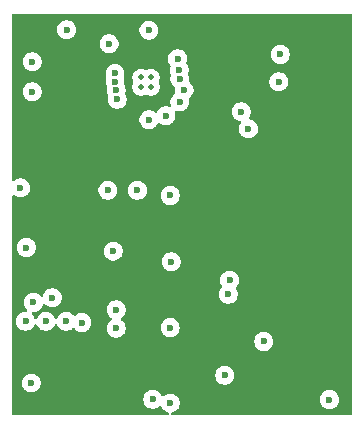
<source format=gbr>
%TF.GenerationSoftware,KiCad,Pcbnew,9.0.4*%
%TF.CreationDate,2025-11-03T10:18:42-05:00*%
%TF.ProjectId,Perpetuality,50657270-6574-4756-916c-6974792e6b69,rev?*%
%TF.SameCoordinates,Original*%
%TF.FileFunction,Copper,L5,Inr*%
%TF.FilePolarity,Positive*%
%FSLAX46Y46*%
G04 Gerber Fmt 4.6, Leading zero omitted, Abs format (unit mm)*
G04 Created by KiCad (PCBNEW 9.0.4) date 2025-11-03 10:18:42*
%MOMM*%
%LPD*%
G01*
G04 APERTURE LIST*
%TA.AperFunction,ComponentPad*%
%ADD10C,0.508000*%
%TD*%
%TA.AperFunction,ViaPad*%
%ADD11C,0.600000*%
%TD*%
G04 APERTURE END LIST*
D10*
%TO.N,*%
%TO.C,U7*%
X65318889Y-69938699D03*
X64531489Y-69938699D03*
X64531489Y-69151299D03*
%TO.N,N/C*%
X65318889Y-69151299D03*
%TD*%
D11*
%TO.N,A0*%
X58200000Y-65100000D03*
%TO.N,3V3*%
X56450000Y-89800000D03*
X73000000Y-72050000D03*
%TO.N,GND*%
X56587500Y-80120000D03*
X56587500Y-85145000D03*
X63937500Y-77545000D03*
X54250000Y-80050000D03*
X63837500Y-95120000D03*
X71500000Y-96195000D03*
X56587500Y-73945000D03*
X63950000Y-83220000D03*
X73475000Y-79395000D03*
X61037500Y-93620000D03*
X61500000Y-72900000D03*
X74800000Y-85500000D03*
X54775000Y-73845000D03*
X56487500Y-92120000D03*
X54775000Y-92045000D03*
X61137500Y-81620000D03*
X68475000Y-91370000D03*
X54250000Y-85545000D03*
X73575000Y-91370000D03*
X63875000Y-88700000D03*
X68575000Y-85395000D03*
X61137500Y-87220000D03*
X68475000Y-79395000D03*
X68512500Y-96195000D03*
%TO.N,1V8*%
X72000000Y-86300000D03*
X62412500Y-88812500D03*
X67600000Y-67575000D03*
%TO.N,/EMG2/EMG_OUT*%
X54800000Y-83550000D03*
X62300000Y-69500000D03*
%TO.N,FSYNC*%
X74900000Y-91500000D03*
X62150000Y-83850000D03*
%TO.N,SCL*%
X64200000Y-78700000D03*
X61700000Y-78700000D03*
X68150000Y-70200000D03*
%TO.N,EN*%
X73600000Y-73500000D03*
X59500000Y-89900000D03*
%TO.N,SDA*%
X67800000Y-71200000D03*
%TO.N,5V*%
X76300000Y-67200000D03*
%TO.N,/EMG1/EMG_OUT*%
X54300000Y-78500000D03*
X62300000Y-68794998D03*
%TO.N,/EMG3/EMG_OUT*%
X55400000Y-88200000D03*
X62400000Y-70200000D03*
%TO.N,/EMG4/EMG_OUT*%
X55220000Y-95020000D03*
X62500000Y-71000000D03*
%TO.N,REF*%
X67075000Y-84745000D03*
X66975000Y-79145000D03*
X66975000Y-90325000D03*
X80462500Y-96420000D03*
X66975000Y-96720000D03*
%TO.N,\u002ARESET*%
X67750000Y-68500000D03*
%TO.N,\u002AINT*%
X67794999Y-69294999D03*
%TO.N,A0*%
X66600000Y-72400000D03*
%TO.N,GNDD*%
X76163500Y-69520000D03*
X55300000Y-67815000D03*
X65500000Y-96400000D03*
X61800000Y-66300000D03*
X55300000Y-70355000D03*
X62400000Y-90375000D03*
X54725000Y-89800000D03*
X57000000Y-87800000D03*
X65175000Y-65145000D03*
X65175252Y-72724748D03*
X58162500Y-89800000D03*
X71600000Y-94375000D03*
X71900000Y-87500000D03*
%TD*%
%TA.AperFunction,Conductor*%
%TO.N,GND*%
G36*
X82342539Y-63770185D02*
G01*
X82388294Y-63822989D01*
X82399500Y-63874500D01*
X82399500Y-97625500D01*
X82379815Y-97692539D01*
X82327011Y-97738294D01*
X82275500Y-97749500D01*
X67161575Y-97749500D01*
X67094536Y-97729815D01*
X67048781Y-97677011D01*
X67038837Y-97607853D01*
X67067862Y-97544297D01*
X67126640Y-97506523D01*
X67137383Y-97503883D01*
X67187121Y-97493988D01*
X67208497Y-97489737D01*
X67354179Y-97429394D01*
X67485289Y-97341789D01*
X67596789Y-97230289D01*
X67684394Y-97099179D01*
X67744737Y-96953497D01*
X67775500Y-96798842D01*
X67775500Y-96641158D01*
X67775500Y-96641155D01*
X67775499Y-96641153D01*
X67747192Y-96498846D01*
X67744737Y-96486503D01*
X67744735Y-96486498D01*
X67701666Y-96382518D01*
X67684532Y-96341153D01*
X79662000Y-96341153D01*
X79662000Y-96498846D01*
X79692761Y-96653489D01*
X79692764Y-96653501D01*
X79753102Y-96799172D01*
X79753109Y-96799185D01*
X79840710Y-96930288D01*
X79840713Y-96930292D01*
X79952207Y-97041786D01*
X79952211Y-97041789D01*
X80083314Y-97129390D01*
X80083327Y-97129397D01*
X80228998Y-97189735D01*
X80229003Y-97189737D01*
X80383653Y-97220499D01*
X80383656Y-97220500D01*
X80383658Y-97220500D01*
X80541344Y-97220500D01*
X80541345Y-97220499D01*
X80695997Y-97189737D01*
X80841679Y-97129394D01*
X80972789Y-97041789D01*
X81084289Y-96930289D01*
X81171894Y-96799179D01*
X81232237Y-96653497D01*
X81263000Y-96498842D01*
X81263000Y-96341158D01*
X81263000Y-96341155D01*
X81262999Y-96341153D01*
X81236853Y-96209711D01*
X81232237Y-96186503D01*
X81201163Y-96111483D01*
X81171897Y-96040827D01*
X81171890Y-96040814D01*
X81084289Y-95909711D01*
X81084286Y-95909707D01*
X80972792Y-95798213D01*
X80972788Y-95798210D01*
X80841685Y-95710609D01*
X80841672Y-95710602D01*
X80696001Y-95650264D01*
X80695989Y-95650261D01*
X80541345Y-95619500D01*
X80541342Y-95619500D01*
X80383658Y-95619500D01*
X80383655Y-95619500D01*
X80229010Y-95650261D01*
X80228998Y-95650264D01*
X80083327Y-95710602D01*
X80083314Y-95710609D01*
X79952211Y-95798210D01*
X79952207Y-95798213D01*
X79840713Y-95909707D01*
X79840710Y-95909711D01*
X79753109Y-96040814D01*
X79753102Y-96040827D01*
X79692764Y-96186498D01*
X79692761Y-96186510D01*
X79662000Y-96341153D01*
X67684532Y-96341153D01*
X67684395Y-96340823D01*
X67684390Y-96340814D01*
X67596789Y-96209711D01*
X67596786Y-96209707D01*
X67485292Y-96098213D01*
X67485288Y-96098210D01*
X67354185Y-96010609D01*
X67354172Y-96010602D01*
X67208501Y-95950264D01*
X67208489Y-95950261D01*
X67053845Y-95919500D01*
X67053842Y-95919500D01*
X66896158Y-95919500D01*
X66896155Y-95919500D01*
X66741510Y-95950261D01*
X66741498Y-95950264D01*
X66595827Y-96010602D01*
X66595814Y-96010609D01*
X66464711Y-96098210D01*
X66438064Y-96124857D01*
X66376740Y-96158341D01*
X66307049Y-96153355D01*
X66251116Y-96111483D01*
X66235823Y-96084626D01*
X66209397Y-96020827D01*
X66209390Y-96020814D01*
X66121789Y-95889711D01*
X66121786Y-95889707D01*
X66010292Y-95778213D01*
X66010288Y-95778210D01*
X65879185Y-95690609D01*
X65879172Y-95690602D01*
X65733501Y-95630264D01*
X65733489Y-95630261D01*
X65578845Y-95599500D01*
X65578842Y-95599500D01*
X65421158Y-95599500D01*
X65421155Y-95599500D01*
X65266510Y-95630261D01*
X65266498Y-95630264D01*
X65120827Y-95690602D01*
X65120814Y-95690609D01*
X64989711Y-95778210D01*
X64989707Y-95778213D01*
X64878213Y-95889707D01*
X64878210Y-95889711D01*
X64790609Y-96020814D01*
X64790602Y-96020827D01*
X64730264Y-96166498D01*
X64730261Y-96166510D01*
X64699500Y-96321153D01*
X64699500Y-96478846D01*
X64730261Y-96633489D01*
X64730264Y-96633501D01*
X64790602Y-96779172D01*
X64790609Y-96779185D01*
X64878210Y-96910288D01*
X64878213Y-96910292D01*
X64989707Y-97021786D01*
X64989711Y-97021789D01*
X65120814Y-97109390D01*
X65120827Y-97109397D01*
X65266498Y-97169735D01*
X65266503Y-97169737D01*
X65421153Y-97200499D01*
X65421156Y-97200500D01*
X65421158Y-97200500D01*
X65578844Y-97200500D01*
X65578845Y-97200499D01*
X65733497Y-97169737D01*
X65879179Y-97109394D01*
X66010289Y-97021789D01*
X66036934Y-96995143D01*
X66098255Y-96961659D01*
X66167947Y-96966643D01*
X66223881Y-97008513D01*
X66239176Y-97035372D01*
X66265604Y-97099175D01*
X66265609Y-97099185D01*
X66353210Y-97230288D01*
X66353213Y-97230292D01*
X66464707Y-97341786D01*
X66464711Y-97341789D01*
X66595814Y-97429390D01*
X66595827Y-97429397D01*
X66741498Y-97489735D01*
X66741503Y-97489737D01*
X66741507Y-97489737D01*
X66741508Y-97489738D01*
X66812617Y-97503883D01*
X66874528Y-97536268D01*
X66909102Y-97596984D01*
X66905362Y-97666753D01*
X66864495Y-97723425D01*
X66799477Y-97749006D01*
X66788425Y-97749500D01*
X53724500Y-97749500D01*
X53657461Y-97729815D01*
X53611706Y-97677011D01*
X53600500Y-97625500D01*
X53600500Y-94941153D01*
X54419500Y-94941153D01*
X54419500Y-95098846D01*
X54450261Y-95253489D01*
X54450264Y-95253501D01*
X54510602Y-95399172D01*
X54510609Y-95399185D01*
X54598210Y-95530288D01*
X54598213Y-95530292D01*
X54709707Y-95641786D01*
X54709711Y-95641789D01*
X54840814Y-95729390D01*
X54840827Y-95729397D01*
X54958681Y-95778213D01*
X54986503Y-95789737D01*
X55141153Y-95820499D01*
X55141156Y-95820500D01*
X55141158Y-95820500D01*
X55298844Y-95820500D01*
X55298845Y-95820499D01*
X55453497Y-95789737D01*
X55599179Y-95729394D01*
X55730289Y-95641789D01*
X55841789Y-95530289D01*
X55929394Y-95399179D01*
X55989737Y-95253497D01*
X56020500Y-95098842D01*
X56020500Y-94941158D01*
X56020500Y-94941155D01*
X56020499Y-94941153D01*
X55989738Y-94786510D01*
X55989737Y-94786503D01*
X55976345Y-94754172D01*
X55929397Y-94640827D01*
X55929390Y-94640814D01*
X55841789Y-94509711D01*
X55841786Y-94509707D01*
X55730292Y-94398213D01*
X55730284Y-94398207D01*
X55722792Y-94393201D01*
X55722742Y-94393168D01*
X55599185Y-94310609D01*
X55599172Y-94310602D01*
X55564289Y-94296153D01*
X70799500Y-94296153D01*
X70799500Y-94453846D01*
X70830261Y-94608489D01*
X70830264Y-94608501D01*
X70890602Y-94754172D01*
X70890609Y-94754185D01*
X70978210Y-94885288D01*
X70978213Y-94885292D01*
X71089707Y-94996786D01*
X71089711Y-94996789D01*
X71220814Y-95084390D01*
X71220827Y-95084397D01*
X71366498Y-95144735D01*
X71366503Y-95144737D01*
X71521153Y-95175499D01*
X71521156Y-95175500D01*
X71521158Y-95175500D01*
X71678844Y-95175500D01*
X71678845Y-95175499D01*
X71833497Y-95144737D01*
X71979179Y-95084394D01*
X72110289Y-94996789D01*
X72221789Y-94885289D01*
X72309394Y-94754179D01*
X72369737Y-94608497D01*
X72400500Y-94453842D01*
X72400500Y-94296158D01*
X72400500Y-94296155D01*
X72400499Y-94296153D01*
X72391370Y-94250261D01*
X72369737Y-94141503D01*
X72369735Y-94141498D01*
X72309397Y-93995827D01*
X72309390Y-93995814D01*
X72221789Y-93864711D01*
X72221786Y-93864707D01*
X72110292Y-93753213D01*
X72110288Y-93753210D01*
X71979185Y-93665609D01*
X71979172Y-93665602D01*
X71833501Y-93605264D01*
X71833489Y-93605261D01*
X71678845Y-93574500D01*
X71678842Y-93574500D01*
X71521158Y-93574500D01*
X71521155Y-93574500D01*
X71366510Y-93605261D01*
X71366498Y-93605264D01*
X71220827Y-93665602D01*
X71220814Y-93665609D01*
X71089711Y-93753210D01*
X71089707Y-93753213D01*
X70978213Y-93864707D01*
X70978210Y-93864711D01*
X70890609Y-93995814D01*
X70890602Y-93995827D01*
X70830264Y-94141498D01*
X70830261Y-94141510D01*
X70799500Y-94296153D01*
X55564289Y-94296153D01*
X55453501Y-94250264D01*
X55453489Y-94250261D01*
X55298845Y-94219500D01*
X55298842Y-94219500D01*
X55141158Y-94219500D01*
X55141155Y-94219500D01*
X54986510Y-94250261D01*
X54986498Y-94250264D01*
X54840827Y-94310602D01*
X54840814Y-94310609D01*
X54709711Y-94398210D01*
X54709707Y-94398213D01*
X54598213Y-94509707D01*
X54598210Y-94509711D01*
X54510609Y-94640814D01*
X54510602Y-94640827D01*
X54450264Y-94786498D01*
X54450261Y-94786510D01*
X54419500Y-94941153D01*
X53600500Y-94941153D01*
X53600500Y-91421153D01*
X74099500Y-91421153D01*
X74099500Y-91578846D01*
X74130261Y-91733489D01*
X74130264Y-91733501D01*
X74190602Y-91879172D01*
X74190609Y-91879185D01*
X74278210Y-92010288D01*
X74278213Y-92010292D01*
X74389707Y-92121786D01*
X74389711Y-92121789D01*
X74520814Y-92209390D01*
X74520827Y-92209397D01*
X74666498Y-92269735D01*
X74666503Y-92269737D01*
X74821153Y-92300499D01*
X74821156Y-92300500D01*
X74821158Y-92300500D01*
X74978844Y-92300500D01*
X74978845Y-92300499D01*
X75133497Y-92269737D01*
X75279179Y-92209394D01*
X75410289Y-92121789D01*
X75521789Y-92010289D01*
X75609394Y-91879179D01*
X75669737Y-91733497D01*
X75700500Y-91578842D01*
X75700500Y-91421158D01*
X75700500Y-91421155D01*
X75700499Y-91421153D01*
X75669738Y-91266510D01*
X75669737Y-91266503D01*
X75632043Y-91175500D01*
X75609397Y-91120827D01*
X75609390Y-91120814D01*
X75521789Y-90989711D01*
X75521786Y-90989707D01*
X75410292Y-90878213D01*
X75410288Y-90878210D01*
X75279185Y-90790609D01*
X75279172Y-90790602D01*
X75133501Y-90730264D01*
X75133489Y-90730261D01*
X74978845Y-90699500D01*
X74978842Y-90699500D01*
X74821158Y-90699500D01*
X74821155Y-90699500D01*
X74666510Y-90730261D01*
X74666498Y-90730264D01*
X74520827Y-90790602D01*
X74520814Y-90790609D01*
X74389711Y-90878210D01*
X74389707Y-90878213D01*
X74278213Y-90989707D01*
X74278210Y-90989711D01*
X74190609Y-91120814D01*
X74190602Y-91120827D01*
X74130264Y-91266498D01*
X74130261Y-91266510D01*
X74099500Y-91421153D01*
X53600500Y-91421153D01*
X53600500Y-89721153D01*
X53924500Y-89721153D01*
X53924500Y-89878846D01*
X53955261Y-90033489D01*
X53955264Y-90033501D01*
X54015602Y-90179172D01*
X54015609Y-90179185D01*
X54103210Y-90310288D01*
X54103213Y-90310292D01*
X54214707Y-90421786D01*
X54214711Y-90421789D01*
X54345814Y-90509390D01*
X54345827Y-90509397D01*
X54491498Y-90569735D01*
X54491503Y-90569737D01*
X54646153Y-90600499D01*
X54646156Y-90600500D01*
X54646158Y-90600500D01*
X54803844Y-90600500D01*
X54803845Y-90600499D01*
X54958497Y-90569737D01*
X55104179Y-90509394D01*
X55235289Y-90421789D01*
X55346789Y-90310289D01*
X55434394Y-90179179D01*
X55466689Y-90101212D01*
X55472939Y-90086123D01*
X55516779Y-90031719D01*
X55583073Y-90009654D01*
X55650773Y-90026933D01*
X55698384Y-90078070D01*
X55702061Y-90086123D01*
X55740602Y-90179172D01*
X55740609Y-90179185D01*
X55828210Y-90310288D01*
X55828213Y-90310292D01*
X55939707Y-90421786D01*
X55939711Y-90421789D01*
X56070814Y-90509390D01*
X56070827Y-90509397D01*
X56216498Y-90569735D01*
X56216503Y-90569737D01*
X56371153Y-90600499D01*
X56371156Y-90600500D01*
X56371158Y-90600500D01*
X56528844Y-90600500D01*
X56528845Y-90600499D01*
X56683497Y-90569737D01*
X56829179Y-90509394D01*
X56960289Y-90421789D01*
X57071789Y-90310289D01*
X57159394Y-90179179D01*
X57191689Y-90101212D01*
X57235529Y-90046808D01*
X57301823Y-90024743D01*
X57369523Y-90042022D01*
X57417134Y-90093159D01*
X57420811Y-90101212D01*
X57453102Y-90179172D01*
X57453109Y-90179185D01*
X57540710Y-90310288D01*
X57540713Y-90310292D01*
X57652207Y-90421786D01*
X57652211Y-90421789D01*
X57783314Y-90509390D01*
X57783327Y-90509397D01*
X57928998Y-90569735D01*
X57929003Y-90569737D01*
X58083653Y-90600499D01*
X58083656Y-90600500D01*
X58083658Y-90600500D01*
X58241344Y-90600500D01*
X58241345Y-90600499D01*
X58395997Y-90569737D01*
X58541679Y-90509394D01*
X58672789Y-90421789D01*
X58694058Y-90400519D01*
X58755379Y-90367035D01*
X58825070Y-90372018D01*
X58873368Y-90406516D01*
X58873903Y-90405982D01*
X58877111Y-90409190D01*
X58877588Y-90409531D01*
X58878210Y-90410289D01*
X58989707Y-90521786D01*
X58989711Y-90521789D01*
X59120814Y-90609390D01*
X59120827Y-90609397D01*
X59266498Y-90669735D01*
X59266503Y-90669737D01*
X59416131Y-90699500D01*
X59421153Y-90700499D01*
X59421156Y-90700500D01*
X59421158Y-90700500D01*
X59578844Y-90700500D01*
X59578845Y-90700499D01*
X59733497Y-90669737D01*
X59879179Y-90609394D01*
X60010289Y-90521789D01*
X60121789Y-90410289D01*
X60198052Y-90296153D01*
X61599500Y-90296153D01*
X61599500Y-90453846D01*
X61630261Y-90608489D01*
X61630264Y-90608501D01*
X61690602Y-90754172D01*
X61690609Y-90754185D01*
X61778210Y-90885288D01*
X61778213Y-90885292D01*
X61889707Y-90996786D01*
X61889711Y-90996789D01*
X62020814Y-91084390D01*
X62020827Y-91084397D01*
X62120060Y-91125500D01*
X62166503Y-91144737D01*
X62321153Y-91175499D01*
X62321156Y-91175500D01*
X62321158Y-91175500D01*
X62478844Y-91175500D01*
X62478845Y-91175499D01*
X62633497Y-91144737D01*
X62779179Y-91084394D01*
X62910289Y-90996789D01*
X63021789Y-90885289D01*
X63109394Y-90754179D01*
X63169737Y-90608497D01*
X63200500Y-90453842D01*
X63200500Y-90296158D01*
X63200500Y-90296155D01*
X63194155Y-90264258D01*
X63194155Y-90264257D01*
X63190554Y-90246153D01*
X66174500Y-90246153D01*
X66174500Y-90403846D01*
X66205261Y-90558489D01*
X66205264Y-90558501D01*
X66265602Y-90704172D01*
X66265609Y-90704185D01*
X66353210Y-90835288D01*
X66353213Y-90835292D01*
X66464707Y-90946786D01*
X66464711Y-90946789D01*
X66595814Y-91034390D01*
X66595827Y-91034397D01*
X66741498Y-91094735D01*
X66741503Y-91094737D01*
X66896153Y-91125499D01*
X66896156Y-91125500D01*
X66896158Y-91125500D01*
X67053844Y-91125500D01*
X67053845Y-91125499D01*
X67208497Y-91094737D01*
X67354179Y-91034394D01*
X67485289Y-90946789D01*
X67596789Y-90835289D01*
X67684394Y-90704179D01*
X67744737Y-90558497D01*
X67775500Y-90403842D01*
X67775500Y-90246158D01*
X67775500Y-90246155D01*
X67775499Y-90246153D01*
X67762177Y-90179179D01*
X67744737Y-90091503D01*
X67726224Y-90046808D01*
X67684397Y-89945827D01*
X67684390Y-89945814D01*
X67596789Y-89814711D01*
X67596786Y-89814707D01*
X67485292Y-89703213D01*
X67485288Y-89703210D01*
X67354185Y-89615609D01*
X67354172Y-89615602D01*
X67208501Y-89555264D01*
X67208489Y-89555261D01*
X67053845Y-89524500D01*
X67053842Y-89524500D01*
X66896158Y-89524500D01*
X66896155Y-89524500D01*
X66741510Y-89555261D01*
X66741498Y-89555264D01*
X66595827Y-89615602D01*
X66595814Y-89615609D01*
X66464711Y-89703210D01*
X66464707Y-89703213D01*
X66353213Y-89814707D01*
X66353210Y-89814711D01*
X66265609Y-89945814D01*
X66265602Y-89945827D01*
X66205264Y-90091498D01*
X66205261Y-90091510D01*
X66174500Y-90246153D01*
X63190554Y-90246153D01*
X63169738Y-90141510D01*
X63169737Y-90141503D01*
X63169735Y-90141498D01*
X63109397Y-89995827D01*
X63109390Y-89995814D01*
X63021789Y-89864711D01*
X63021786Y-89864707D01*
X62910289Y-89753210D01*
X62832192Y-89701028D01*
X62787387Y-89647416D01*
X62778680Y-89578091D01*
X62808834Y-89515064D01*
X62832193Y-89494824D01*
X62890640Y-89455770D01*
X62922789Y-89434289D01*
X63034289Y-89322789D01*
X63121894Y-89191679D01*
X63122339Y-89190606D01*
X63147334Y-89130261D01*
X63182237Y-89045997D01*
X63213000Y-88891342D01*
X63213000Y-88733658D01*
X63213000Y-88733655D01*
X63212999Y-88733653D01*
X63182272Y-88579179D01*
X63182237Y-88579003D01*
X63178398Y-88569735D01*
X63121897Y-88433327D01*
X63121890Y-88433314D01*
X63034289Y-88302211D01*
X63034286Y-88302207D01*
X62922792Y-88190713D01*
X62922788Y-88190710D01*
X62791685Y-88103109D01*
X62791672Y-88103102D01*
X62646001Y-88042764D01*
X62645989Y-88042761D01*
X62491345Y-88012000D01*
X62491342Y-88012000D01*
X62333658Y-88012000D01*
X62333655Y-88012000D01*
X62179010Y-88042761D01*
X62178998Y-88042764D01*
X62033327Y-88103102D01*
X62033314Y-88103109D01*
X61902211Y-88190710D01*
X61902207Y-88190713D01*
X61790713Y-88302207D01*
X61790710Y-88302211D01*
X61703109Y-88433314D01*
X61703102Y-88433327D01*
X61642764Y-88578998D01*
X61642761Y-88579010D01*
X61612000Y-88733653D01*
X61612000Y-88891346D01*
X61642761Y-89045989D01*
X61642764Y-89046001D01*
X61703102Y-89191672D01*
X61703109Y-89191685D01*
X61790710Y-89322788D01*
X61790713Y-89322792D01*
X61902207Y-89434286D01*
X61902215Y-89434292D01*
X61980306Y-89486471D01*
X62025112Y-89540083D01*
X62033819Y-89609408D01*
X62003665Y-89672435D01*
X61980308Y-89692675D01*
X61889707Y-89753213D01*
X61778213Y-89864707D01*
X61778210Y-89864711D01*
X61690609Y-89995814D01*
X61690602Y-89995827D01*
X61630264Y-90141498D01*
X61630261Y-90141510D01*
X61599500Y-90296153D01*
X60198052Y-90296153D01*
X60209394Y-90279179D01*
X60209397Y-90279172D01*
X60224540Y-90242614D01*
X60269735Y-90133501D01*
X60269737Y-90133497D01*
X60300500Y-89978842D01*
X60300500Y-89821158D01*
X60300500Y-89821155D01*
X60300499Y-89821153D01*
X60286984Y-89753210D01*
X60269737Y-89666503D01*
X60269735Y-89666498D01*
X60209397Y-89520827D01*
X60209390Y-89520814D01*
X60121789Y-89389711D01*
X60121786Y-89389707D01*
X60010292Y-89278213D01*
X60010288Y-89278210D01*
X59879185Y-89190609D01*
X59879172Y-89190602D01*
X59733501Y-89130264D01*
X59733489Y-89130261D01*
X59578845Y-89099500D01*
X59578842Y-89099500D01*
X59421158Y-89099500D01*
X59421155Y-89099500D01*
X59266510Y-89130261D01*
X59266498Y-89130264D01*
X59120827Y-89190602D01*
X59120814Y-89190609D01*
X58989711Y-89278210D01*
X58989707Y-89278213D01*
X58968441Y-89299480D01*
X58907118Y-89332965D01*
X58837426Y-89327981D01*
X58789133Y-89293481D01*
X58788597Y-89294018D01*
X58785374Y-89290795D01*
X58784902Y-89290458D01*
X58784284Y-89289705D01*
X58672792Y-89178213D01*
X58672788Y-89178210D01*
X58541685Y-89090609D01*
X58541672Y-89090602D01*
X58396001Y-89030264D01*
X58395989Y-89030261D01*
X58241345Y-88999500D01*
X58241342Y-88999500D01*
X58083658Y-88999500D01*
X58083655Y-88999500D01*
X57929010Y-89030261D01*
X57928998Y-89030264D01*
X57783327Y-89090602D01*
X57783314Y-89090609D01*
X57652211Y-89178210D01*
X57652207Y-89178213D01*
X57540713Y-89289707D01*
X57540710Y-89289711D01*
X57453109Y-89420814D01*
X57453104Y-89420823D01*
X57420811Y-89498788D01*
X57376970Y-89553191D01*
X57310676Y-89575256D01*
X57242977Y-89557977D01*
X57195366Y-89506840D01*
X57191689Y-89498788D01*
X57159395Y-89420823D01*
X57159390Y-89420814D01*
X57071789Y-89289711D01*
X57071786Y-89289707D01*
X56960292Y-89178213D01*
X56960288Y-89178210D01*
X56829185Y-89090609D01*
X56829172Y-89090602D01*
X56683501Y-89030264D01*
X56683489Y-89030261D01*
X56528845Y-88999500D01*
X56528842Y-88999500D01*
X56371158Y-88999500D01*
X56371155Y-88999500D01*
X56216510Y-89030261D01*
X56216498Y-89030264D01*
X56070827Y-89090602D01*
X56070814Y-89090609D01*
X55939711Y-89178210D01*
X55939707Y-89178213D01*
X55828213Y-89289707D01*
X55828210Y-89289711D01*
X55740609Y-89420814D01*
X55740602Y-89420827D01*
X55702061Y-89513876D01*
X55658220Y-89568280D01*
X55591926Y-89590345D01*
X55524227Y-89573066D01*
X55476616Y-89521929D01*
X55472939Y-89513876D01*
X55434397Y-89420827D01*
X55434390Y-89420814D01*
X55346789Y-89289711D01*
X55346786Y-89289707D01*
X55269260Y-89212181D01*
X55235775Y-89150858D01*
X55240759Y-89081166D01*
X55282631Y-89025233D01*
X55348095Y-89000816D01*
X55356941Y-89000500D01*
X55478844Y-89000500D01*
X55478845Y-89000499D01*
X55633497Y-88969737D01*
X55779179Y-88909394D01*
X55910289Y-88821789D01*
X56021789Y-88710289D01*
X56109394Y-88579179D01*
X56169737Y-88433497D01*
X56179508Y-88384373D01*
X56211892Y-88322464D01*
X56272607Y-88287890D01*
X56342377Y-88291629D01*
X56388806Y-88320885D01*
X56489707Y-88421786D01*
X56489711Y-88421789D01*
X56620814Y-88509390D01*
X56620827Y-88509397D01*
X56766498Y-88569735D01*
X56766503Y-88569737D01*
X56921153Y-88600499D01*
X56921156Y-88600500D01*
X56921158Y-88600500D01*
X57078844Y-88600500D01*
X57078845Y-88600499D01*
X57233497Y-88569737D01*
X57379179Y-88509394D01*
X57510289Y-88421789D01*
X57621789Y-88310289D01*
X57709394Y-88179179D01*
X57769737Y-88033497D01*
X57800500Y-87878842D01*
X57800500Y-87721158D01*
X57800500Y-87721155D01*
X57800499Y-87721153D01*
X57772192Y-87578846D01*
X57769737Y-87566503D01*
X57738300Y-87490606D01*
X57726666Y-87462518D01*
X57709532Y-87421153D01*
X71099500Y-87421153D01*
X71099500Y-87578846D01*
X71130261Y-87733489D01*
X71130264Y-87733501D01*
X71190602Y-87879172D01*
X71190609Y-87879185D01*
X71278210Y-88010288D01*
X71278213Y-88010292D01*
X71389707Y-88121786D01*
X71389711Y-88121789D01*
X71520814Y-88209390D01*
X71520827Y-88209397D01*
X71666498Y-88269735D01*
X71666503Y-88269737D01*
X71776561Y-88291629D01*
X71821153Y-88300499D01*
X71821156Y-88300500D01*
X71821158Y-88300500D01*
X71978844Y-88300500D01*
X71978845Y-88300499D01*
X72133497Y-88269737D01*
X72279179Y-88209394D01*
X72410289Y-88121789D01*
X72521789Y-88010289D01*
X72609394Y-87879179D01*
X72669737Y-87733497D01*
X72700500Y-87578842D01*
X72700500Y-87421158D01*
X72700500Y-87421155D01*
X72700499Y-87421153D01*
X72674353Y-87289711D01*
X72669737Y-87266503D01*
X72669735Y-87266498D01*
X72609397Y-87120827D01*
X72609390Y-87120814D01*
X72546514Y-87026714D01*
X72525636Y-86960037D01*
X72544120Y-86892656D01*
X72561928Y-86870149D01*
X72621789Y-86810289D01*
X72709394Y-86679179D01*
X72769737Y-86533497D01*
X72800500Y-86378842D01*
X72800500Y-86221158D01*
X72800500Y-86221155D01*
X72800499Y-86221153D01*
X72769738Y-86066510D01*
X72769737Y-86066503D01*
X72769735Y-86066498D01*
X72709397Y-85920827D01*
X72709390Y-85920814D01*
X72621789Y-85789711D01*
X72621786Y-85789707D01*
X72510292Y-85678213D01*
X72510288Y-85678210D01*
X72379185Y-85590609D01*
X72379172Y-85590602D01*
X72233501Y-85530264D01*
X72233489Y-85530261D01*
X72078845Y-85499500D01*
X72078842Y-85499500D01*
X71921158Y-85499500D01*
X71921155Y-85499500D01*
X71766510Y-85530261D01*
X71766498Y-85530264D01*
X71620827Y-85590602D01*
X71620814Y-85590609D01*
X71489711Y-85678210D01*
X71489707Y-85678213D01*
X71378213Y-85789707D01*
X71378210Y-85789711D01*
X71290609Y-85920814D01*
X71290602Y-85920827D01*
X71230264Y-86066498D01*
X71230261Y-86066510D01*
X71199500Y-86221153D01*
X71199500Y-86378846D01*
X71230261Y-86533489D01*
X71230264Y-86533501D01*
X71290602Y-86679172D01*
X71290609Y-86679185D01*
X71353485Y-86773285D01*
X71374363Y-86839963D01*
X71355878Y-86907343D01*
X71338064Y-86929857D01*
X71278213Y-86989707D01*
X71278210Y-86989711D01*
X71190609Y-87120814D01*
X71190602Y-87120827D01*
X71130264Y-87266498D01*
X71130261Y-87266510D01*
X71099500Y-87421153D01*
X57709532Y-87421153D01*
X57709395Y-87420823D01*
X57709390Y-87420814D01*
X57621789Y-87289711D01*
X57621786Y-87289707D01*
X57510292Y-87178213D01*
X57510288Y-87178210D01*
X57379185Y-87090609D01*
X57379172Y-87090602D01*
X57233501Y-87030264D01*
X57233489Y-87030261D01*
X57078845Y-86999500D01*
X57078842Y-86999500D01*
X56921158Y-86999500D01*
X56921155Y-86999500D01*
X56766510Y-87030261D01*
X56766498Y-87030264D01*
X56620827Y-87090602D01*
X56620814Y-87090609D01*
X56489711Y-87178210D01*
X56489707Y-87178213D01*
X56378213Y-87289707D01*
X56378210Y-87289711D01*
X56290609Y-87420814D01*
X56290602Y-87420827D01*
X56230264Y-87566498D01*
X56230261Y-87566507D01*
X56220491Y-87615626D01*
X56188105Y-87677536D01*
X56127389Y-87712110D01*
X56057620Y-87708369D01*
X56011193Y-87679114D01*
X55910292Y-87578213D01*
X55910288Y-87578210D01*
X55779185Y-87490609D01*
X55779172Y-87490602D01*
X55633501Y-87430264D01*
X55633489Y-87430261D01*
X55478845Y-87399500D01*
X55478842Y-87399500D01*
X55321158Y-87399500D01*
X55321155Y-87399500D01*
X55166510Y-87430261D01*
X55166498Y-87430264D01*
X55020827Y-87490602D01*
X55020814Y-87490609D01*
X54889711Y-87578210D01*
X54889707Y-87578213D01*
X54778213Y-87689707D01*
X54778210Y-87689711D01*
X54690609Y-87820814D01*
X54690602Y-87820827D01*
X54630264Y-87966498D01*
X54630261Y-87966510D01*
X54599500Y-88121153D01*
X54599500Y-88278846D01*
X54630261Y-88433489D01*
X54630264Y-88433501D01*
X54690602Y-88579172D01*
X54690609Y-88579185D01*
X54778210Y-88710288D01*
X54778213Y-88710292D01*
X54855740Y-88787819D01*
X54889225Y-88849142D01*
X54884241Y-88918834D01*
X54842369Y-88974767D01*
X54776905Y-88999184D01*
X54768059Y-88999500D01*
X54646155Y-88999500D01*
X54491510Y-89030261D01*
X54491498Y-89030264D01*
X54345827Y-89090602D01*
X54345814Y-89090609D01*
X54214711Y-89178210D01*
X54214707Y-89178213D01*
X54103213Y-89289707D01*
X54103210Y-89289711D01*
X54015609Y-89420814D01*
X54015602Y-89420827D01*
X53955264Y-89566498D01*
X53955261Y-89566510D01*
X53924500Y-89721153D01*
X53600500Y-89721153D01*
X53600500Y-84666153D01*
X66274500Y-84666153D01*
X66274500Y-84823846D01*
X66305261Y-84978489D01*
X66305264Y-84978501D01*
X66365602Y-85124172D01*
X66365609Y-85124185D01*
X66453210Y-85255288D01*
X66453213Y-85255292D01*
X66564707Y-85366786D01*
X66564711Y-85366789D01*
X66695814Y-85454390D01*
X66695827Y-85454397D01*
X66804717Y-85499500D01*
X66841503Y-85514737D01*
X66996153Y-85545499D01*
X66996156Y-85545500D01*
X66996158Y-85545500D01*
X67153844Y-85545500D01*
X67153845Y-85545499D01*
X67308497Y-85514737D01*
X67454179Y-85454394D01*
X67585289Y-85366789D01*
X67696789Y-85255289D01*
X67784394Y-85124179D01*
X67844737Y-84978497D01*
X67875500Y-84823842D01*
X67875500Y-84666158D01*
X67875500Y-84666155D01*
X67875499Y-84666153D01*
X67844738Y-84511510D01*
X67844737Y-84511503D01*
X67828286Y-84471786D01*
X67784397Y-84365827D01*
X67784390Y-84365814D01*
X67696789Y-84234711D01*
X67696786Y-84234707D01*
X67585292Y-84123213D01*
X67585288Y-84123210D01*
X67454185Y-84035609D01*
X67454172Y-84035602D01*
X67308501Y-83975264D01*
X67308489Y-83975261D01*
X67153845Y-83944500D01*
X67153842Y-83944500D01*
X66996158Y-83944500D01*
X66996155Y-83944500D01*
X66841510Y-83975261D01*
X66841498Y-83975264D01*
X66695827Y-84035602D01*
X66695814Y-84035609D01*
X66564711Y-84123210D01*
X66564707Y-84123213D01*
X66453213Y-84234707D01*
X66453210Y-84234711D01*
X66365609Y-84365814D01*
X66365602Y-84365827D01*
X66305264Y-84511498D01*
X66305261Y-84511510D01*
X66274500Y-84666153D01*
X53600500Y-84666153D01*
X53600500Y-83471153D01*
X53999500Y-83471153D01*
X53999500Y-83628846D01*
X54030261Y-83783489D01*
X54030264Y-83783501D01*
X54090602Y-83929172D01*
X54090609Y-83929185D01*
X54178210Y-84060288D01*
X54178213Y-84060292D01*
X54289707Y-84171786D01*
X54289711Y-84171789D01*
X54420814Y-84259390D01*
X54420827Y-84259397D01*
X54566498Y-84319735D01*
X54566503Y-84319737D01*
X54721153Y-84350499D01*
X54721156Y-84350500D01*
X54721158Y-84350500D01*
X54878844Y-84350500D01*
X54878845Y-84350499D01*
X55033497Y-84319737D01*
X55179179Y-84259394D01*
X55310289Y-84171789D01*
X55421789Y-84060289D01*
X55509394Y-83929179D01*
X55569737Y-83783497D01*
X55572192Y-83771153D01*
X61349500Y-83771153D01*
X61349500Y-83928846D01*
X61380261Y-84083489D01*
X61380264Y-84083501D01*
X61440602Y-84229172D01*
X61440609Y-84229185D01*
X61528210Y-84360288D01*
X61528213Y-84360292D01*
X61639707Y-84471786D01*
X61639711Y-84471789D01*
X61770814Y-84559390D01*
X61770827Y-84559397D01*
X61916498Y-84619735D01*
X61916503Y-84619737D01*
X62071153Y-84650499D01*
X62071156Y-84650500D01*
X62071158Y-84650500D01*
X62228844Y-84650500D01*
X62228845Y-84650499D01*
X62383497Y-84619737D01*
X62529179Y-84559394D01*
X62529188Y-84559388D01*
X62532815Y-84556965D01*
X62532817Y-84556964D01*
X62603686Y-84509609D01*
X62660289Y-84471789D01*
X62771789Y-84360289D01*
X62859394Y-84229179D01*
X62919737Y-84083497D01*
X62950500Y-83928842D01*
X62950500Y-83771158D01*
X62950500Y-83771155D01*
X62950499Y-83771153D01*
X62922192Y-83628846D01*
X62919737Y-83616503D01*
X62859534Y-83471158D01*
X62859397Y-83470827D01*
X62859390Y-83470814D01*
X62771789Y-83339711D01*
X62771786Y-83339707D01*
X62660292Y-83228213D01*
X62660288Y-83228210D01*
X62529185Y-83140609D01*
X62529172Y-83140602D01*
X62383501Y-83080264D01*
X62383489Y-83080261D01*
X62228845Y-83049500D01*
X62228842Y-83049500D01*
X62071158Y-83049500D01*
X62071155Y-83049500D01*
X61916510Y-83080261D01*
X61916498Y-83080264D01*
X61770827Y-83140602D01*
X61770814Y-83140609D01*
X61639711Y-83228210D01*
X61639707Y-83228213D01*
X61528213Y-83339707D01*
X61528210Y-83339711D01*
X61440609Y-83470814D01*
X61440602Y-83470827D01*
X61380264Y-83616498D01*
X61380261Y-83616510D01*
X61349500Y-83771153D01*
X55572192Y-83771153D01*
X55578216Y-83740874D01*
X55578216Y-83740873D01*
X55600499Y-83628846D01*
X55600500Y-83628844D01*
X55600500Y-83471155D01*
X55600499Y-83471153D01*
X55574353Y-83339711D01*
X55569737Y-83316503D01*
X55569735Y-83316498D01*
X55509397Y-83170827D01*
X55509390Y-83170814D01*
X55421789Y-83039711D01*
X55421786Y-83039707D01*
X55310292Y-82928213D01*
X55310288Y-82928210D01*
X55179185Y-82840609D01*
X55179172Y-82840602D01*
X55033501Y-82780264D01*
X55033489Y-82780261D01*
X54878845Y-82749500D01*
X54878842Y-82749500D01*
X54721158Y-82749500D01*
X54721155Y-82749500D01*
X54566510Y-82780261D01*
X54566498Y-82780264D01*
X54420827Y-82840602D01*
X54420814Y-82840609D01*
X54289711Y-82928210D01*
X54289707Y-82928213D01*
X54178213Y-83039707D01*
X54178210Y-83039711D01*
X54090609Y-83170814D01*
X54090602Y-83170827D01*
X54030264Y-83316498D01*
X54030261Y-83316510D01*
X53999500Y-83471153D01*
X53600500Y-83471153D01*
X53600500Y-79227350D01*
X53620185Y-79160311D01*
X53672989Y-79114556D01*
X53742147Y-79104612D01*
X53793391Y-79124248D01*
X53920814Y-79209390D01*
X53920827Y-79209397D01*
X54066498Y-79269735D01*
X54066503Y-79269737D01*
X54221153Y-79300499D01*
X54221156Y-79300500D01*
X54221158Y-79300500D01*
X54378844Y-79300500D01*
X54378845Y-79300499D01*
X54533497Y-79269737D01*
X54679179Y-79209394D01*
X54810289Y-79121789D01*
X54921789Y-79010289D01*
X55009394Y-78879179D01*
X55069737Y-78733497D01*
X55092083Y-78621158D01*
X55092084Y-78621153D01*
X60899500Y-78621153D01*
X60899500Y-78778846D01*
X60930261Y-78933489D01*
X60930264Y-78933501D01*
X60990602Y-79079172D01*
X60990609Y-79079185D01*
X61078210Y-79210288D01*
X61078213Y-79210292D01*
X61189707Y-79321786D01*
X61189711Y-79321789D01*
X61320814Y-79409390D01*
X61320827Y-79409397D01*
X61466498Y-79469735D01*
X61466503Y-79469737D01*
X61621153Y-79500499D01*
X61621156Y-79500500D01*
X61621158Y-79500500D01*
X61778844Y-79500500D01*
X61778845Y-79500499D01*
X61933497Y-79469737D01*
X62079179Y-79409394D01*
X62210289Y-79321789D01*
X62321789Y-79210289D01*
X62409394Y-79079179D01*
X62469737Y-78933497D01*
X62500500Y-78778842D01*
X62500500Y-78621158D01*
X62500500Y-78621155D01*
X62500499Y-78621153D01*
X63399500Y-78621153D01*
X63399500Y-78778846D01*
X63430261Y-78933489D01*
X63430264Y-78933501D01*
X63490602Y-79079172D01*
X63490609Y-79079185D01*
X63578210Y-79210288D01*
X63578213Y-79210292D01*
X63689707Y-79321786D01*
X63689711Y-79321789D01*
X63820814Y-79409390D01*
X63820827Y-79409397D01*
X63966498Y-79469735D01*
X63966503Y-79469737D01*
X64121153Y-79500499D01*
X64121156Y-79500500D01*
X64121158Y-79500500D01*
X64278844Y-79500500D01*
X64278845Y-79500499D01*
X64433497Y-79469737D01*
X64579179Y-79409394D01*
X64710289Y-79321789D01*
X64821789Y-79210289D01*
X64909394Y-79079179D01*
X64909395Y-79079176D01*
X64909397Y-79079173D01*
X64914790Y-79066153D01*
X66174500Y-79066153D01*
X66174500Y-79223846D01*
X66205261Y-79378489D01*
X66205264Y-79378501D01*
X66265602Y-79524172D01*
X66265609Y-79524185D01*
X66353210Y-79655288D01*
X66353213Y-79655292D01*
X66464707Y-79766786D01*
X66464711Y-79766789D01*
X66595814Y-79854390D01*
X66595827Y-79854397D01*
X66741498Y-79914735D01*
X66741503Y-79914737D01*
X66896153Y-79945499D01*
X66896156Y-79945500D01*
X66896158Y-79945500D01*
X67053844Y-79945500D01*
X67053845Y-79945499D01*
X67208497Y-79914737D01*
X67354179Y-79854394D01*
X67485289Y-79766789D01*
X67596789Y-79655289D01*
X67684394Y-79524179D01*
X67744737Y-79378497D01*
X67775500Y-79223842D01*
X67775500Y-79066158D01*
X67775500Y-79066155D01*
X67775499Y-79066153D01*
X67764387Y-79010288D01*
X67744737Y-78911503D01*
X67731345Y-78879172D01*
X67684397Y-78765827D01*
X67684390Y-78765814D01*
X67596789Y-78634711D01*
X67596786Y-78634707D01*
X67485292Y-78523213D01*
X67485288Y-78523210D01*
X67354185Y-78435609D01*
X67354172Y-78435602D01*
X67208501Y-78375264D01*
X67208489Y-78375261D01*
X67053845Y-78344500D01*
X67053842Y-78344500D01*
X66896158Y-78344500D01*
X66896155Y-78344500D01*
X66741510Y-78375261D01*
X66741498Y-78375264D01*
X66595827Y-78435602D01*
X66595814Y-78435609D01*
X66464711Y-78523210D01*
X66464707Y-78523213D01*
X66353213Y-78634707D01*
X66353210Y-78634711D01*
X66265609Y-78765814D01*
X66265602Y-78765827D01*
X66205264Y-78911498D01*
X66205261Y-78911510D01*
X66174500Y-79066153D01*
X64914790Y-79066153D01*
X64936966Y-79012614D01*
X64936966Y-79012613D01*
X64969737Y-78933497D01*
X65000500Y-78778842D01*
X65000500Y-78621158D01*
X65000500Y-78621155D01*
X65000499Y-78621153D01*
X64969738Y-78466510D01*
X64969737Y-78466503D01*
X64969735Y-78466498D01*
X64909397Y-78320827D01*
X64909390Y-78320814D01*
X64821789Y-78189711D01*
X64821786Y-78189707D01*
X64710292Y-78078213D01*
X64710288Y-78078210D01*
X64579185Y-77990609D01*
X64579172Y-77990602D01*
X64433501Y-77930264D01*
X64433489Y-77930261D01*
X64278845Y-77899500D01*
X64278842Y-77899500D01*
X64121158Y-77899500D01*
X64121155Y-77899500D01*
X63966510Y-77930261D01*
X63966498Y-77930264D01*
X63820827Y-77990602D01*
X63820814Y-77990609D01*
X63689711Y-78078210D01*
X63689707Y-78078213D01*
X63578213Y-78189707D01*
X63578210Y-78189711D01*
X63490609Y-78320814D01*
X63490602Y-78320827D01*
X63430264Y-78466498D01*
X63430261Y-78466510D01*
X63399500Y-78621153D01*
X62500499Y-78621153D01*
X62469738Y-78466510D01*
X62469737Y-78466503D01*
X62469735Y-78466498D01*
X62409397Y-78320827D01*
X62409390Y-78320814D01*
X62321789Y-78189711D01*
X62321786Y-78189707D01*
X62210292Y-78078213D01*
X62210288Y-78078210D01*
X62079185Y-77990609D01*
X62079172Y-77990602D01*
X61933501Y-77930264D01*
X61933489Y-77930261D01*
X61778845Y-77899500D01*
X61778842Y-77899500D01*
X61621158Y-77899500D01*
X61621155Y-77899500D01*
X61466510Y-77930261D01*
X61466498Y-77930264D01*
X61320827Y-77990602D01*
X61320814Y-77990609D01*
X61189711Y-78078210D01*
X61189707Y-78078213D01*
X61078213Y-78189707D01*
X61078210Y-78189711D01*
X60990609Y-78320814D01*
X60990602Y-78320827D01*
X60930264Y-78466498D01*
X60930261Y-78466510D01*
X60899500Y-78621153D01*
X55092084Y-78621153D01*
X55098107Y-78590875D01*
X55098107Y-78590874D01*
X55100500Y-78578844D01*
X55100500Y-78421155D01*
X55100499Y-78421153D01*
X55091370Y-78375261D01*
X55069737Y-78266503D01*
X55037929Y-78189711D01*
X55009397Y-78120827D01*
X55009390Y-78120814D01*
X54921789Y-77989711D01*
X54921786Y-77989707D01*
X54810292Y-77878213D01*
X54810288Y-77878210D01*
X54679185Y-77790609D01*
X54679172Y-77790602D01*
X54533501Y-77730264D01*
X54533489Y-77730261D01*
X54378845Y-77699500D01*
X54378842Y-77699500D01*
X54221158Y-77699500D01*
X54221155Y-77699500D01*
X54066510Y-77730261D01*
X54066498Y-77730264D01*
X53920827Y-77790602D01*
X53920814Y-77790609D01*
X53793391Y-77875751D01*
X53726713Y-77896629D01*
X53659333Y-77878144D01*
X53612643Y-77826165D01*
X53600500Y-77772649D01*
X53600500Y-72645901D01*
X64374752Y-72645901D01*
X64374752Y-72803594D01*
X64405513Y-72958237D01*
X64405516Y-72958249D01*
X64465854Y-73103920D01*
X64465861Y-73103933D01*
X64553462Y-73235036D01*
X64553465Y-73235040D01*
X64664959Y-73346534D01*
X64664963Y-73346537D01*
X64796066Y-73434138D01*
X64796079Y-73434145D01*
X64941750Y-73494483D01*
X64941755Y-73494485D01*
X65096405Y-73525247D01*
X65096408Y-73525248D01*
X65096410Y-73525248D01*
X65254096Y-73525248D01*
X65254097Y-73525247D01*
X65408749Y-73494485D01*
X65554431Y-73434142D01*
X65685541Y-73346537D01*
X65797041Y-73235037D01*
X65884646Y-73103927D01*
X65898078Y-73071498D01*
X65941916Y-73017096D01*
X66008210Y-72995029D01*
X66075910Y-73012307D01*
X66084634Y-73018422D01*
X66084646Y-73018405D01*
X66220814Y-73109390D01*
X66220827Y-73109397D01*
X66366498Y-73169735D01*
X66366503Y-73169737D01*
X66521153Y-73200499D01*
X66521156Y-73200500D01*
X66521158Y-73200500D01*
X66678844Y-73200500D01*
X66678845Y-73200499D01*
X66833497Y-73169737D01*
X66951592Y-73120821D01*
X66979172Y-73109397D01*
X66979172Y-73109396D01*
X66979179Y-73109394D01*
X67110289Y-73021789D01*
X67221789Y-72910289D01*
X67309394Y-72779179D01*
X67369737Y-72633497D01*
X67400500Y-72478842D01*
X67400500Y-72321158D01*
X67400500Y-72321155D01*
X67400499Y-72321153D01*
X67369737Y-72166503D01*
X67345162Y-72107175D01*
X67337694Y-72037708D01*
X67368969Y-71975228D01*
X67429058Y-71939576D01*
X67498883Y-71942069D01*
X67507163Y-71945157D01*
X67566503Y-71969737D01*
X67721153Y-72000499D01*
X67721156Y-72000500D01*
X67721158Y-72000500D01*
X67878844Y-72000500D01*
X67878845Y-72000499D01*
X68026378Y-71971153D01*
X72199500Y-71971153D01*
X72199500Y-72128846D01*
X72230261Y-72283489D01*
X72230264Y-72283501D01*
X72290602Y-72429172D01*
X72290609Y-72429185D01*
X72378210Y-72560288D01*
X72378213Y-72560292D01*
X72489707Y-72671786D01*
X72489711Y-72671789D01*
X72620814Y-72759390D01*
X72620827Y-72759397D01*
X72696181Y-72790609D01*
X72766503Y-72819737D01*
X72871609Y-72840644D01*
X72933520Y-72873028D01*
X72968094Y-72933744D01*
X72964355Y-73003514D01*
X72950520Y-73031152D01*
X72890609Y-73120814D01*
X72890602Y-73120827D01*
X72830264Y-73266498D01*
X72830261Y-73266510D01*
X72799500Y-73421153D01*
X72799500Y-73578846D01*
X72830261Y-73733489D01*
X72830264Y-73733501D01*
X72890602Y-73879172D01*
X72890609Y-73879185D01*
X72978210Y-74010288D01*
X72978213Y-74010292D01*
X73089707Y-74121786D01*
X73089711Y-74121789D01*
X73220814Y-74209390D01*
X73220827Y-74209397D01*
X73366498Y-74269735D01*
X73366503Y-74269737D01*
X73521153Y-74300499D01*
X73521156Y-74300500D01*
X73521158Y-74300500D01*
X73678844Y-74300500D01*
X73678845Y-74300499D01*
X73833497Y-74269737D01*
X73979179Y-74209394D01*
X74110289Y-74121789D01*
X74221789Y-74010289D01*
X74309394Y-73879179D01*
X74369737Y-73733497D01*
X74400500Y-73578842D01*
X74400500Y-73421158D01*
X74400500Y-73421155D01*
X74400499Y-73421153D01*
X74369738Y-73266510D01*
X74369737Y-73266503D01*
X74356705Y-73235040D01*
X74309397Y-73120827D01*
X74309390Y-73120814D01*
X74221789Y-72989711D01*
X74221786Y-72989707D01*
X74110292Y-72878213D01*
X74110288Y-72878210D01*
X73979185Y-72790609D01*
X73979172Y-72790602D01*
X73833501Y-72730264D01*
X73833491Y-72730261D01*
X73728389Y-72709355D01*
X73666478Y-72676970D01*
X73631904Y-72616254D01*
X73635644Y-72546485D01*
X73649474Y-72518854D01*
X73709394Y-72429179D01*
X73769737Y-72283497D01*
X73800500Y-72128842D01*
X73800500Y-71971158D01*
X73800500Y-71971155D01*
X73800499Y-71971153D01*
X73770788Y-71821789D01*
X73769737Y-71816503D01*
X73769735Y-71816498D01*
X73709397Y-71670827D01*
X73709390Y-71670814D01*
X73621789Y-71539711D01*
X73621786Y-71539707D01*
X73510292Y-71428213D01*
X73510288Y-71428210D01*
X73379185Y-71340609D01*
X73379172Y-71340602D01*
X73233501Y-71280264D01*
X73233489Y-71280261D01*
X73078845Y-71249500D01*
X73078842Y-71249500D01*
X72921158Y-71249500D01*
X72921155Y-71249500D01*
X72766510Y-71280261D01*
X72766498Y-71280264D01*
X72620827Y-71340602D01*
X72620814Y-71340609D01*
X72489711Y-71428210D01*
X72489707Y-71428213D01*
X72378213Y-71539707D01*
X72378210Y-71539711D01*
X72290609Y-71670814D01*
X72290602Y-71670827D01*
X72230264Y-71816498D01*
X72230261Y-71816510D01*
X72199500Y-71971153D01*
X68026378Y-71971153D01*
X68033497Y-71969737D01*
X68179179Y-71909394D01*
X68208643Y-71889707D01*
X68250164Y-71861964D01*
X68281224Y-71841209D01*
X68310289Y-71821789D01*
X68421789Y-71710289D01*
X68509394Y-71579179D01*
X68569737Y-71433497D01*
X68600500Y-71278842D01*
X68600500Y-71121158D01*
X68600500Y-71121155D01*
X68571116Y-70973435D01*
X68577343Y-70903843D01*
X68620206Y-70848666D01*
X68623809Y-70846163D01*
X68660289Y-70821789D01*
X68771789Y-70710289D01*
X68859394Y-70579179D01*
X68859793Y-70578217D01*
X68892418Y-70499451D01*
X68919737Y-70433497D01*
X68950500Y-70278842D01*
X68950500Y-70121158D01*
X68950500Y-70121155D01*
X68950499Y-70121153D01*
X68937515Y-70055880D01*
X68919737Y-69966503D01*
X68899145Y-69916788D01*
X68859397Y-69820827D01*
X68859390Y-69820814D01*
X68771789Y-69689711D01*
X68771786Y-69689707D01*
X68660291Y-69578212D01*
X68647504Y-69569668D01*
X68636107Y-69562053D01*
X68623286Y-69546713D01*
X68607073Y-69535021D01*
X68601342Y-69520455D01*
X68591302Y-69508442D01*
X68588810Y-69488603D01*
X68581492Y-69470003D01*
X68582982Y-69442200D01*
X68582851Y-69441153D01*
X75363000Y-69441153D01*
X75363000Y-69598846D01*
X75393761Y-69753489D01*
X75393764Y-69753501D01*
X75454102Y-69899172D01*
X75454109Y-69899185D01*
X75541710Y-70030288D01*
X75541713Y-70030292D01*
X75653207Y-70141786D01*
X75653211Y-70141789D01*
X75784314Y-70229390D01*
X75784327Y-70229397D01*
X75929998Y-70289735D01*
X75930003Y-70289737D01*
X76084653Y-70320499D01*
X76084656Y-70320500D01*
X76084658Y-70320500D01*
X76242344Y-70320500D01*
X76242345Y-70320499D01*
X76396997Y-70289737D01*
X76542679Y-70229394D01*
X76673789Y-70141789D01*
X76785289Y-70030289D01*
X76872894Y-69899179D01*
X76933237Y-69753497D01*
X76964000Y-69598842D01*
X76964000Y-69441158D01*
X76964000Y-69441155D01*
X76963999Y-69441153D01*
X76957976Y-69410872D01*
X76933237Y-69286503D01*
X76924953Y-69266503D01*
X76872897Y-69140827D01*
X76872890Y-69140814D01*
X76785289Y-69009711D01*
X76785286Y-69009707D01*
X76673792Y-68898213D01*
X76673788Y-68898210D01*
X76542685Y-68810609D01*
X76542672Y-68810602D01*
X76397001Y-68750264D01*
X76396989Y-68750261D01*
X76242345Y-68719500D01*
X76242342Y-68719500D01*
X76084658Y-68719500D01*
X76084655Y-68719500D01*
X75930010Y-68750261D01*
X75929998Y-68750264D01*
X75784327Y-68810602D01*
X75784314Y-68810609D01*
X75653211Y-68898210D01*
X75653207Y-68898213D01*
X75541713Y-69009707D01*
X75541710Y-69009711D01*
X75454109Y-69140814D01*
X75454102Y-69140827D01*
X75393764Y-69286498D01*
X75393761Y-69286510D01*
X75363000Y-69441153D01*
X68582851Y-69441153D01*
X68582595Y-69439117D01*
X68583381Y-69434760D01*
X68595499Y-69373841D01*
X68595499Y-69216157D01*
X68595499Y-69216154D01*
X68595498Y-69216152D01*
X68580515Y-69140827D01*
X68564736Y-69061502D01*
X68504393Y-68915820D01*
X68504063Y-68915327D01*
X68503970Y-68915028D01*
X68501523Y-68910450D01*
X68502391Y-68909985D01*
X68483190Y-68848649D01*
X68492609Y-68798989D01*
X68519737Y-68733497D01*
X68550500Y-68578842D01*
X68550500Y-68421158D01*
X68550500Y-68421155D01*
X68550499Y-68421153D01*
X68523358Y-68284709D01*
X68519737Y-68266503D01*
X68489777Y-68194172D01*
X68459397Y-68120827D01*
X68459390Y-68120814D01*
X68371789Y-67989711D01*
X68367924Y-67985001D01*
X68370089Y-67983223D01*
X68342363Y-67932446D01*
X68347347Y-67862754D01*
X68348969Y-67858634D01*
X68369735Y-67808501D01*
X68369737Y-67808497D01*
X68400500Y-67653842D01*
X68400500Y-67496158D01*
X68400500Y-67496155D01*
X68400499Y-67496153D01*
X68369738Y-67341510D01*
X68369737Y-67341503D01*
X68369735Y-67341498D01*
X68309397Y-67195827D01*
X68309389Y-67195813D01*
X68301468Y-67183958D01*
X68301467Y-67183957D01*
X68259503Y-67121153D01*
X75499500Y-67121153D01*
X75499500Y-67278846D01*
X75530261Y-67433489D01*
X75530264Y-67433501D01*
X75590602Y-67579172D01*
X75590609Y-67579185D01*
X75678210Y-67710288D01*
X75678213Y-67710292D01*
X75789707Y-67821786D01*
X75789711Y-67821789D01*
X75920814Y-67909390D01*
X75920827Y-67909397D01*
X76066498Y-67969735D01*
X76066503Y-67969737D01*
X76221153Y-68000499D01*
X76221156Y-68000500D01*
X76221158Y-68000500D01*
X76378844Y-68000500D01*
X76378845Y-68000499D01*
X76533497Y-67969737D01*
X76679179Y-67909394D01*
X76810289Y-67821789D01*
X76921789Y-67710289D01*
X77009394Y-67579179D01*
X77069737Y-67433497D01*
X77100500Y-67278842D01*
X77100500Y-67121158D01*
X77100500Y-67121155D01*
X77100499Y-67121153D01*
X77089271Y-67064707D01*
X77069737Y-66966503D01*
X77027946Y-66865609D01*
X77009397Y-66820827D01*
X77009390Y-66820814D01*
X76921789Y-66689711D01*
X76921786Y-66689707D01*
X76810292Y-66578213D01*
X76810288Y-66578210D01*
X76679185Y-66490609D01*
X76679172Y-66490602D01*
X76533501Y-66430264D01*
X76533489Y-66430261D01*
X76378845Y-66399500D01*
X76378842Y-66399500D01*
X76221158Y-66399500D01*
X76221155Y-66399500D01*
X76066510Y-66430261D01*
X76066498Y-66430264D01*
X75920827Y-66490602D01*
X75920814Y-66490609D01*
X75789711Y-66578210D01*
X75789707Y-66578213D01*
X75678213Y-66689707D01*
X75678210Y-66689711D01*
X75590609Y-66820814D01*
X75590602Y-66820827D01*
X75530264Y-66966498D01*
X75530261Y-66966510D01*
X75499500Y-67121153D01*
X68259503Y-67121153D01*
X68221789Y-67064711D01*
X68221786Y-67064707D01*
X68110292Y-66953213D01*
X68110288Y-66953210D01*
X67979185Y-66865609D01*
X67979172Y-66865602D01*
X67833501Y-66805264D01*
X67833489Y-66805261D01*
X67678845Y-66774500D01*
X67678842Y-66774500D01*
X67521158Y-66774500D01*
X67521155Y-66774500D01*
X67366510Y-66805261D01*
X67366498Y-66805264D01*
X67220827Y-66865602D01*
X67220814Y-66865609D01*
X67089711Y-66953210D01*
X67089707Y-66953213D01*
X66978213Y-67064707D01*
X66978210Y-67064711D01*
X66890609Y-67195814D01*
X66890602Y-67195827D01*
X66830264Y-67341498D01*
X66830261Y-67341510D01*
X66799500Y-67496153D01*
X66799500Y-67653846D01*
X66830261Y-67808489D01*
X66830264Y-67808501D01*
X66890602Y-67954172D01*
X66890609Y-67954185D01*
X66978210Y-68085288D01*
X66982076Y-68089999D01*
X66979909Y-68091776D01*
X67007636Y-68142553D01*
X67002652Y-68212245D01*
X67001032Y-68216362D01*
X66980262Y-68266506D01*
X66980260Y-68266511D01*
X66949500Y-68421153D01*
X66949500Y-68578846D01*
X66980261Y-68733489D01*
X66980264Y-68733501D01*
X67040602Y-68879171D01*
X67040608Y-68879182D01*
X67040931Y-68879665D01*
X67041022Y-68879956D01*
X67043479Y-68884553D01*
X67042607Y-68885018D01*
X67061808Y-68946343D01*
X67052390Y-68996006D01*
X67025262Y-69061501D01*
X67025260Y-69061504D01*
X66994499Y-69216152D01*
X66994499Y-69373845D01*
X67025260Y-69528488D01*
X67025263Y-69528500D01*
X67085601Y-69674171D01*
X67085608Y-69674184D01*
X67173209Y-69805287D01*
X67173212Y-69805291D01*
X67284706Y-69916785D01*
X67284711Y-69916789D01*
X67308889Y-69932944D01*
X67353695Y-69986556D01*
X67362404Y-70055880D01*
X67361617Y-70060238D01*
X67349500Y-70121153D01*
X67349500Y-70278846D01*
X67378883Y-70426565D01*
X67372656Y-70496157D01*
X67329793Y-70551334D01*
X67326163Y-70553853D01*
X67305583Y-70567606D01*
X67289707Y-70578214D01*
X67289704Y-70578217D01*
X67178213Y-70689707D01*
X67178210Y-70689711D01*
X67090609Y-70820814D01*
X67090602Y-70820827D01*
X67030264Y-70966498D01*
X67030261Y-70966510D01*
X66999500Y-71121153D01*
X66999500Y-71278846D01*
X67030261Y-71433489D01*
X67030264Y-71433501D01*
X67054836Y-71492823D01*
X67062305Y-71562292D01*
X67031029Y-71624771D01*
X66970940Y-71660423D01*
X66901115Y-71657929D01*
X66892823Y-71654836D01*
X66833501Y-71630264D01*
X66833489Y-71630261D01*
X66678845Y-71599500D01*
X66678842Y-71599500D01*
X66521158Y-71599500D01*
X66521155Y-71599500D01*
X66366510Y-71630261D01*
X66366498Y-71630264D01*
X66220827Y-71690602D01*
X66220814Y-71690609D01*
X66089711Y-71778210D01*
X66089707Y-71778213D01*
X65978213Y-71889707D01*
X65978210Y-71889711D01*
X65890609Y-72020814D01*
X65890604Y-72020824D01*
X65877173Y-72053250D01*
X65833331Y-72107654D01*
X65767037Y-72129718D01*
X65699338Y-72112438D01*
X65690617Y-72106326D01*
X65690606Y-72106343D01*
X65554437Y-72015357D01*
X65554424Y-72015350D01*
X65408753Y-71955012D01*
X65408741Y-71955009D01*
X65254097Y-71924248D01*
X65254094Y-71924248D01*
X65096410Y-71924248D01*
X65096407Y-71924248D01*
X64941762Y-71955009D01*
X64941750Y-71955012D01*
X64796079Y-72015350D01*
X64796066Y-72015357D01*
X64664963Y-72102958D01*
X64664959Y-72102961D01*
X64553465Y-72214455D01*
X64553462Y-72214459D01*
X64465861Y-72345562D01*
X64465854Y-72345575D01*
X64405516Y-72491246D01*
X64405513Y-72491258D01*
X64374752Y-72645901D01*
X53600500Y-72645901D01*
X53600500Y-70276153D01*
X54499500Y-70276153D01*
X54499500Y-70433846D01*
X54530261Y-70588489D01*
X54530264Y-70588501D01*
X54590602Y-70734172D01*
X54590609Y-70734185D01*
X54678210Y-70865288D01*
X54678213Y-70865292D01*
X54789707Y-70976786D01*
X54789711Y-70976789D01*
X54920814Y-71064390D01*
X54920827Y-71064397D01*
X55057850Y-71121153D01*
X55066503Y-71124737D01*
X55221153Y-71155499D01*
X55221156Y-71155500D01*
X55221158Y-71155500D01*
X55378844Y-71155500D01*
X55378845Y-71155499D01*
X55533497Y-71124737D01*
X55679179Y-71064394D01*
X55810289Y-70976789D01*
X55921789Y-70865289D01*
X56009394Y-70734179D01*
X56019290Y-70710289D01*
X56051555Y-70632392D01*
X56069737Y-70588497D01*
X56100500Y-70433842D01*
X56100500Y-70276158D01*
X56100500Y-70276155D01*
X56100499Y-70276153D01*
X56069737Y-70121503D01*
X56069592Y-70121153D01*
X56009397Y-69975827D01*
X56009390Y-69975814D01*
X55921789Y-69844711D01*
X55921786Y-69844707D01*
X55810292Y-69733213D01*
X55810288Y-69733210D01*
X55679185Y-69645609D01*
X55679172Y-69645602D01*
X55533501Y-69585264D01*
X55533489Y-69585261D01*
X55378845Y-69554500D01*
X55378842Y-69554500D01*
X55221158Y-69554500D01*
X55221155Y-69554500D01*
X55066510Y-69585261D01*
X55066498Y-69585264D01*
X54920827Y-69645602D01*
X54920814Y-69645609D01*
X54789711Y-69733210D01*
X54789707Y-69733213D01*
X54678213Y-69844707D01*
X54678210Y-69844711D01*
X54590609Y-69975814D01*
X54590602Y-69975827D01*
X54530264Y-70121498D01*
X54530261Y-70121510D01*
X54499500Y-70276153D01*
X53600500Y-70276153D01*
X53600500Y-68716151D01*
X61499500Y-68716151D01*
X61499500Y-68873844D01*
X61530260Y-69028486D01*
X61530262Y-69028491D01*
X61530263Y-69028495D01*
X61550349Y-69076987D01*
X61559901Y-69100048D01*
X61567369Y-69169517D01*
X61559902Y-69194946D01*
X61530263Y-69266503D01*
X61530262Y-69266506D01*
X61530260Y-69266511D01*
X61499500Y-69421153D01*
X61499500Y-69578846D01*
X61530261Y-69733489D01*
X61530264Y-69733501D01*
X61590602Y-69879171D01*
X61590609Y-69879184D01*
X61606015Y-69902240D01*
X61626893Y-69968917D01*
X61624530Y-69995323D01*
X61599500Y-70121155D01*
X61599500Y-70278846D01*
X61630261Y-70433489D01*
X61630264Y-70433501D01*
X61690604Y-70579176D01*
X61726162Y-70632392D01*
X61747040Y-70699069D01*
X61737623Y-70748732D01*
X61730262Y-70766502D01*
X61730261Y-70766505D01*
X61699500Y-70921153D01*
X61699500Y-71078846D01*
X61730261Y-71233489D01*
X61730264Y-71233501D01*
X61790602Y-71379172D01*
X61790609Y-71379185D01*
X61878210Y-71510288D01*
X61878213Y-71510292D01*
X61989707Y-71621786D01*
X61989711Y-71621789D01*
X62120814Y-71709390D01*
X62120827Y-71709397D01*
X62266498Y-71769735D01*
X62266503Y-71769737D01*
X62421153Y-71800499D01*
X62421156Y-71800500D01*
X62421158Y-71800500D01*
X62578844Y-71800500D01*
X62578845Y-71800499D01*
X62733497Y-71769737D01*
X62879179Y-71709394D01*
X63010289Y-71621789D01*
X63121789Y-71510289D01*
X63209394Y-71379179D01*
X63269737Y-71233497D01*
X63300500Y-71078842D01*
X63300500Y-70921158D01*
X63300500Y-70921155D01*
X63300499Y-70921153D01*
X63286080Y-70848666D01*
X63269737Y-70766503D01*
X63239374Y-70693199D01*
X63209397Y-70620827D01*
X63209395Y-70620823D01*
X63209394Y-70620821D01*
X63198471Y-70604474D01*
X63173837Y-70567606D01*
X63152959Y-70500929D01*
X63162377Y-70451264D01*
X63169737Y-70433497D01*
X63200500Y-70278842D01*
X63200500Y-70121158D01*
X63200500Y-70121155D01*
X63200499Y-70121153D01*
X63187515Y-70055880D01*
X63169737Y-69966503D01*
X63149145Y-69916788D01*
X63109397Y-69820827D01*
X63109390Y-69820814D01*
X63093985Y-69797759D01*
X63073107Y-69731082D01*
X63075470Y-69704676D01*
X63100500Y-69578844D01*
X63100500Y-69421155D01*
X63100499Y-69421153D01*
X63090597Y-69371371D01*
X63069737Y-69266503D01*
X63040098Y-69194949D01*
X63036817Y-69164435D01*
X63031371Y-69134243D01*
X63032919Y-69128175D01*
X63032630Y-69125483D01*
X63040097Y-69100051D01*
X63049653Y-69076982D01*
X63776989Y-69076982D01*
X63776989Y-69225615D01*
X63805982Y-69371371D01*
X63805984Y-69371379D01*
X63858244Y-69497546D01*
X63865713Y-69567016D01*
X63858244Y-69592452D01*
X63805984Y-69718618D01*
X63805982Y-69718626D01*
X63776989Y-69864382D01*
X63776989Y-70013015D01*
X63805982Y-70158771D01*
X63805984Y-70158779D01*
X63862860Y-70296090D01*
X63945428Y-70419663D01*
X63945434Y-70419670D01*
X64050517Y-70524753D01*
X64050524Y-70524759D01*
X64174097Y-70607327D01*
X64174098Y-70607327D01*
X64174099Y-70607328D01*
X64311409Y-70664204D01*
X64439642Y-70689711D01*
X64457172Y-70693198D01*
X64457176Y-70693199D01*
X64457177Y-70693199D01*
X64605802Y-70693199D01*
X64605803Y-70693198D01*
X64751569Y-70664204D01*
X64877737Y-70611942D01*
X64947205Y-70604474D01*
X64972636Y-70611941D01*
X65098809Y-70664204D01*
X65227042Y-70689711D01*
X65244572Y-70693198D01*
X65244576Y-70693199D01*
X65244577Y-70693199D01*
X65393202Y-70693199D01*
X65393203Y-70693198D01*
X65538969Y-70664204D01*
X65676279Y-70607328D01*
X65799855Y-70524758D01*
X65904948Y-70419665D01*
X65987518Y-70296089D01*
X66044394Y-70158779D01*
X66073389Y-70013011D01*
X66073389Y-69864387D01*
X66044394Y-69718619D01*
X65992132Y-69592450D01*
X65984664Y-69522983D01*
X65992131Y-69497551D01*
X66044394Y-69371379D01*
X66073389Y-69225611D01*
X66073389Y-69076987D01*
X66044394Y-68931219D01*
X65987518Y-68793909D01*
X65947152Y-68733497D01*
X65904949Y-68670334D01*
X65904943Y-68670327D01*
X65799860Y-68565244D01*
X65799853Y-68565238D01*
X65676280Y-68482670D01*
X65538969Y-68425794D01*
X65538961Y-68425792D01*
X65393205Y-68396799D01*
X65393201Y-68396799D01*
X65244577Y-68396799D01*
X65244572Y-68396799D01*
X65098816Y-68425792D01*
X65098808Y-68425794D01*
X64972642Y-68478054D01*
X64903172Y-68485523D01*
X64877736Y-68478054D01*
X64751569Y-68425794D01*
X64751561Y-68425792D01*
X64605805Y-68396799D01*
X64605801Y-68396799D01*
X64457177Y-68396799D01*
X64457172Y-68396799D01*
X64311416Y-68425792D01*
X64311408Y-68425794D01*
X64174097Y-68482670D01*
X64050524Y-68565238D01*
X64050517Y-68565244D01*
X63945434Y-68670327D01*
X63945428Y-68670334D01*
X63862860Y-68793907D01*
X63805984Y-68931218D01*
X63805982Y-68931226D01*
X63776989Y-69076982D01*
X63049653Y-69076982D01*
X63069737Y-69028495D01*
X63100500Y-68873840D01*
X63100500Y-68716156D01*
X63100500Y-68716153D01*
X63100499Y-68716151D01*
X63075097Y-68588447D01*
X63069737Y-68561501D01*
X63038266Y-68485523D01*
X63009397Y-68415825D01*
X63009390Y-68415812D01*
X62921789Y-68284709D01*
X62921786Y-68284705D01*
X62810292Y-68173211D01*
X62810288Y-68173208D01*
X62679185Y-68085607D01*
X62679172Y-68085600D01*
X62533501Y-68025262D01*
X62533489Y-68025259D01*
X62378845Y-67994498D01*
X62378842Y-67994498D01*
X62221158Y-67994498D01*
X62221155Y-67994498D01*
X62066510Y-68025259D01*
X62066498Y-68025262D01*
X61920827Y-68085600D01*
X61920814Y-68085607D01*
X61789711Y-68173208D01*
X61789707Y-68173211D01*
X61678213Y-68284705D01*
X61678210Y-68284709D01*
X61590609Y-68415812D01*
X61590602Y-68415825D01*
X61530264Y-68561496D01*
X61530261Y-68561508D01*
X61499500Y-68716151D01*
X53600500Y-68716151D01*
X53600500Y-67736153D01*
X54499500Y-67736153D01*
X54499500Y-67893846D01*
X54530261Y-68048489D01*
X54530264Y-68048501D01*
X54590602Y-68194172D01*
X54590609Y-68194185D01*
X54678210Y-68325288D01*
X54678213Y-68325292D01*
X54789707Y-68436786D01*
X54789711Y-68436789D01*
X54920814Y-68524390D01*
X54920827Y-68524397D01*
X55066498Y-68584735D01*
X55066503Y-68584737D01*
X55221153Y-68615499D01*
X55221156Y-68615500D01*
X55221158Y-68615500D01*
X55378844Y-68615500D01*
X55514847Y-68588447D01*
X55514847Y-68588446D01*
X55533497Y-68584737D01*
X55679179Y-68524394D01*
X55810289Y-68436789D01*
X55921789Y-68325289D01*
X56009394Y-68194179D01*
X56069737Y-68048497D01*
X56100500Y-67893842D01*
X56100500Y-67736158D01*
X56100500Y-67736155D01*
X56100499Y-67736153D01*
X56084127Y-67653846D01*
X56069737Y-67581503D01*
X56068774Y-67579179D01*
X56009397Y-67435827D01*
X56009390Y-67435814D01*
X55921789Y-67304711D01*
X55921786Y-67304707D01*
X55810292Y-67193213D01*
X55810288Y-67193210D01*
X55679185Y-67105609D01*
X55679172Y-67105602D01*
X55533501Y-67045264D01*
X55533489Y-67045261D01*
X55378845Y-67014500D01*
X55378842Y-67014500D01*
X55221158Y-67014500D01*
X55221155Y-67014500D01*
X55066510Y-67045261D01*
X55066498Y-67045264D01*
X54920827Y-67105602D01*
X54920814Y-67105609D01*
X54789711Y-67193210D01*
X54789707Y-67193213D01*
X54678213Y-67304707D01*
X54678210Y-67304711D01*
X54590609Y-67435814D01*
X54590602Y-67435827D01*
X54530264Y-67581498D01*
X54530261Y-67581510D01*
X54499500Y-67736153D01*
X53600500Y-67736153D01*
X53600500Y-66221153D01*
X60999500Y-66221153D01*
X60999500Y-66378846D01*
X61030261Y-66533489D01*
X61030264Y-66533501D01*
X61090602Y-66679172D01*
X61090609Y-66679185D01*
X61178210Y-66810288D01*
X61178213Y-66810292D01*
X61289707Y-66921786D01*
X61289711Y-66921789D01*
X61420814Y-67009390D01*
X61420827Y-67009397D01*
X61554359Y-67064707D01*
X61566503Y-67069737D01*
X61721153Y-67100499D01*
X61721156Y-67100500D01*
X61721158Y-67100500D01*
X61878844Y-67100500D01*
X61878845Y-67100499D01*
X62033497Y-67069737D01*
X62179179Y-67009394D01*
X62310289Y-66921789D01*
X62421789Y-66810289D01*
X62509394Y-66679179D01*
X62569737Y-66533497D01*
X62600500Y-66378842D01*
X62600500Y-66221158D01*
X62600500Y-66221155D01*
X62600499Y-66221153D01*
X62569738Y-66066510D01*
X62569737Y-66066503D01*
X62569735Y-66066498D01*
X62509397Y-65920827D01*
X62509390Y-65920814D01*
X62421789Y-65789711D01*
X62421786Y-65789707D01*
X62310292Y-65678213D01*
X62310288Y-65678210D01*
X62179185Y-65590609D01*
X62179172Y-65590602D01*
X62033501Y-65530264D01*
X62033489Y-65530261D01*
X61878845Y-65499500D01*
X61878842Y-65499500D01*
X61721158Y-65499500D01*
X61721155Y-65499500D01*
X61566510Y-65530261D01*
X61566498Y-65530264D01*
X61420827Y-65590602D01*
X61420814Y-65590609D01*
X61289711Y-65678210D01*
X61289707Y-65678213D01*
X61178213Y-65789707D01*
X61178210Y-65789711D01*
X61090609Y-65920814D01*
X61090602Y-65920827D01*
X61030264Y-66066498D01*
X61030261Y-66066510D01*
X60999500Y-66221153D01*
X53600500Y-66221153D01*
X53600500Y-65021153D01*
X57399500Y-65021153D01*
X57399500Y-65178846D01*
X57430261Y-65333489D01*
X57430264Y-65333501D01*
X57490602Y-65479172D01*
X57490609Y-65479185D01*
X57578210Y-65610288D01*
X57578213Y-65610292D01*
X57689707Y-65721786D01*
X57689711Y-65721789D01*
X57820814Y-65809390D01*
X57820827Y-65809397D01*
X57966498Y-65869735D01*
X57966503Y-65869737D01*
X58121153Y-65900499D01*
X58121156Y-65900500D01*
X58121158Y-65900500D01*
X58278844Y-65900500D01*
X58278845Y-65900499D01*
X58433497Y-65869737D01*
X58579179Y-65809394D01*
X58710289Y-65721789D01*
X58821789Y-65610289D01*
X58909394Y-65479179D01*
X58969737Y-65333497D01*
X59000500Y-65178842D01*
X59000500Y-65066153D01*
X64374500Y-65066153D01*
X64374500Y-65223846D01*
X64405261Y-65378489D01*
X64405264Y-65378501D01*
X64465602Y-65524172D01*
X64465609Y-65524185D01*
X64553210Y-65655288D01*
X64553213Y-65655292D01*
X64664707Y-65766786D01*
X64664711Y-65766789D01*
X64795814Y-65854390D01*
X64795827Y-65854397D01*
X64941498Y-65914735D01*
X64941503Y-65914737D01*
X65096153Y-65945499D01*
X65096156Y-65945500D01*
X65096158Y-65945500D01*
X65253844Y-65945500D01*
X65253845Y-65945499D01*
X65408497Y-65914737D01*
X65554179Y-65854394D01*
X65685289Y-65766789D01*
X65796789Y-65655289D01*
X65884394Y-65524179D01*
X65944737Y-65378497D01*
X65975500Y-65223842D01*
X65975500Y-65066158D01*
X65975500Y-65066155D01*
X65975499Y-65066153D01*
X65944738Y-64911510D01*
X65944737Y-64911503D01*
X65944735Y-64911498D01*
X65884397Y-64765827D01*
X65884390Y-64765814D01*
X65796789Y-64634711D01*
X65796786Y-64634707D01*
X65685292Y-64523213D01*
X65685288Y-64523210D01*
X65554185Y-64435609D01*
X65554172Y-64435602D01*
X65408501Y-64375264D01*
X65408489Y-64375261D01*
X65253845Y-64344500D01*
X65253842Y-64344500D01*
X65096158Y-64344500D01*
X65096155Y-64344500D01*
X64941510Y-64375261D01*
X64941498Y-64375264D01*
X64795827Y-64435602D01*
X64795814Y-64435609D01*
X64664711Y-64523210D01*
X64664707Y-64523213D01*
X64553213Y-64634707D01*
X64553210Y-64634711D01*
X64465609Y-64765814D01*
X64465602Y-64765827D01*
X64405264Y-64911498D01*
X64405261Y-64911510D01*
X64374500Y-65066153D01*
X59000500Y-65066153D01*
X59000500Y-65021158D01*
X59000500Y-65021155D01*
X59000499Y-65021153D01*
X58969737Y-64866503D01*
X58928036Y-64765827D01*
X58909397Y-64720827D01*
X58909390Y-64720814D01*
X58821789Y-64589711D01*
X58821786Y-64589707D01*
X58710292Y-64478213D01*
X58710288Y-64478210D01*
X58579185Y-64390609D01*
X58579172Y-64390602D01*
X58433501Y-64330264D01*
X58433489Y-64330261D01*
X58278845Y-64299500D01*
X58278842Y-64299500D01*
X58121158Y-64299500D01*
X58121155Y-64299500D01*
X57966510Y-64330261D01*
X57966498Y-64330264D01*
X57820827Y-64390602D01*
X57820814Y-64390609D01*
X57689711Y-64478210D01*
X57689707Y-64478213D01*
X57578213Y-64589707D01*
X57578210Y-64589711D01*
X57490609Y-64720814D01*
X57490602Y-64720827D01*
X57430264Y-64866498D01*
X57430261Y-64866510D01*
X57399500Y-65021153D01*
X53600500Y-65021153D01*
X53600500Y-63874500D01*
X53620185Y-63807461D01*
X53672989Y-63761706D01*
X53724500Y-63750500D01*
X82275500Y-63750500D01*
X82342539Y-63770185D01*
G37*
%TD.AperFunction*%
%TD*%
M02*

</source>
